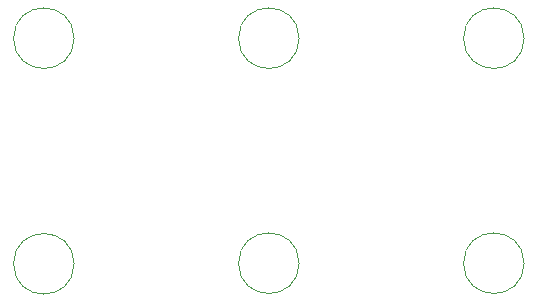
<source format=gbr>
G04 #@! TF.GenerationSoftware,KiCad,Pcbnew,(5.1.5-0-10_14)*
G04 #@! TF.CreationDate,2020-10-11T12:28:21+03:00*
G04 #@! TF.ProjectId,LogiMech,4c6f6769-4d65-4636-982e-6b696361645f,rev?*
G04 #@! TF.SameCoordinates,Original*
G04 #@! TF.FileFunction,OtherDrawing,Comment*
%FSLAX46Y46*%
G04 Gerber Fmt 4.6, Leading zero omitted, Abs format (unit mm)*
G04 Created by KiCad (PCBNEW (5.1.5-0-10_14)) date 2020-10-11 12:28:21*
%MOMM*%
%LPD*%
G04 APERTURE LIST*
%ADD10C,0.120000*%
G04 APERTURE END LIST*
D10*
X112101894Y-95250000D02*
G75*
G03X112101894Y-95250000I-2564394J0D01*
G01*
X112101894Y-76149200D02*
G75*
G03X112101894Y-76149200I-2564394J0D01*
G01*
X131151894Y-95199200D02*
G75*
G03X131151894Y-95199200I-2564394J0D01*
G01*
X131151894Y-76149200D02*
G75*
G03X131151894Y-76149200I-2564394J0D01*
G01*
X150201894Y-95199200D02*
G75*
G03X150201894Y-95199200I-2564394J0D01*
G01*
X150201894Y-76149200D02*
G75*
G03X150201894Y-76149200I-2564394J0D01*
G01*
M02*

</source>
